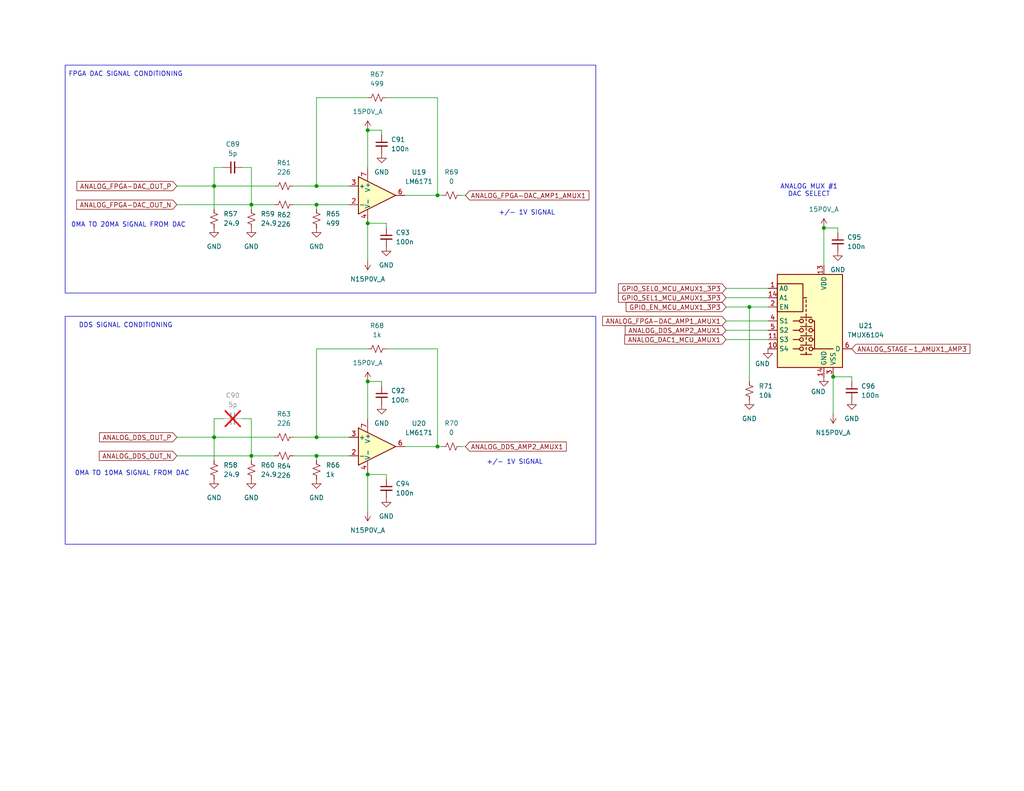
<source format=kicad_sch>
(kicad_sch (version 20231120) (generator "eeschema") (generator_version "8.0")
  (paper "A")
  (title_block (title "ARBITRARY WAVEFORM GENERATOR") (date "2024-09-11") (rev "0.0.1") (company "Tomasz Brzyzek"))
  (lib_symbols
    (symbol "BRZK_MUX:TMUX6104"
      (property "Reference" "U" (at 11.684 15.748 0))
      (property "Value" "TMUX6104" (at 11.684 13.462 0))
      (symbol "TMUX6104_0_0"
        (pin power_in line (at 5.08 -12.7 90) (length 2.54) (name "GND") (number "14"))
      )
      (symbol "TMUX6104_0_1"
        (rectangle (start -7.62 12.7) (end -0.635 5.08) (stroke (width 0.254)))
        (rectangle (start -7.62 15.24) (end 10.16 -10.16) (stroke (width 0.254)) (fill (type background)))
        (circle (center -1.016 -5.08) (radius 0.508) (stroke (width 0.254)))
        (circle (center -1.016 -2.54) (radius 0.508) (stroke (width 0.254)))
        (circle (center -1.016 0) (radius 0.508) (stroke (width 0.254)))
        (circle (center -1.016 2.54) (radius 0.508) (stroke (width 0.254)))
        (polyline (pts (xy -1.524 -5.08) (xy -3.302 -5.08)) (stroke (width 0.254)))
        (polyline (pts (xy -1.524 -2.54) (xy -3.302 -2.54)) (stroke (width 0.254)))
        (polyline (pts (xy -1.524 0) (xy -3.302 0)) (stroke (width 0.254)))
        (polyline (pts (xy -1.524 2.54) (xy -3.302 2.54)) (stroke (width 0.254)))
        (polyline (pts (xy -1.27 -6.604) (xy 1.778 -6.604)) (stroke (width 0.254)))
        (polyline (pts (xy -1.27 -4.064) (xy 1.778 -4.064)) (stroke (width 0.254)))
        (polyline (pts (xy -1.27 -1.524) (xy 1.778 -1.524)) (stroke (width 0.254)))
        (polyline (pts (xy -1.27 1.016) (xy 1.778 1.016)) (stroke (width 0.254)))
        (polyline (pts (xy -1.27 3.556) (xy 1.778 3.556)) (stroke (width 0.254)))
        (polyline (pts (xy -0.508 8.89) (xy 0.127 8.89)) (stroke (width 0.254)))
        (polyline (pts (xy 0.254 -6.604) (xy 0.254 -5.969)) (stroke (width 0.254)))
        (polyline (pts (xy 0.254 -6.604) (xy 0.254 -5.969)) (stroke (width 0.254)))
        (polyline (pts (xy 0.254 -5.334) (xy 0.254 -4.699)) (stroke (width 0.254)))
        (polyline (pts (xy 0.254 -3.81) (xy 0.254 -3.175)) (stroke (width 0.254)))
        (polyline (pts (xy 0.254 -2.54) (xy 0.254 -1.905)) (stroke (width 0.254)))
        (polyline (pts (xy 0.254 -1.27) (xy 0.254 -0.635)) (stroke (width 0.254)))
        (polyline (pts (xy 0.254 0) (xy 0.254 0.635)) (stroke (width 0.254)))
        (polyline (pts (xy 0.254 1.27) (xy 0.254 1.905)) (stroke (width 0.254)))
        (polyline (pts (xy 0.254 2.54) (xy 0.254 3.175)) (stroke (width 0.254)))
        (polyline (pts (xy 0.254 3.81) (xy 0.254 4.445)) (stroke (width 0.254)))
        (polyline (pts (xy 0.254 5.08) (xy 0.254 5.715)) (stroke (width 0.254)))
        (polyline (pts (xy 0.254 6.35) (xy 0.254 6.985)) (stroke (width 0.254)))
        (polyline (pts (xy 0.254 7.62) (xy 0.254 8.255)) (stroke (width 0.254)))
        (polyline (pts (xy 0.381 8.89) (xy 0.127 8.89)) (stroke (width 0.254)))
        (polyline (pts (xy 2.032 -5.08) (xy 2.54 -5.08)) (stroke (width 0.254)))
        (polyline (pts (xy 2.032 -2.54) (xy 2.54 -2.54)) (stroke (width 0.254)))
        (polyline (pts (xy 2.032 0) (xy 2.54 0)) (stroke (width 0.254)))
        (polyline (pts (xy 2.54 -5.08) (xy 7.62 -5.08)) (stroke (width 0.254)))
        (polyline (pts (xy 1.905 2.54) (xy 2.54 2.54) (xy 2.54 -5.08) (xy 2.032 -5.08)) (stroke (width 0.254)))
        (circle (center 1.524 -5.08) (radius 0.508) (stroke (width 0.254)))
        (circle (center 1.524 -2.54) (radius 0.508) (stroke (width 0.254)))
        (circle (center 1.524 0) (radius 0.508) (stroke (width 0.254)))
        (circle (center 1.524 2.54) (radius 0.508) (stroke (width 0.254)))
      )
      (symbol "TMUX6104_1_0"
        (pin no_connect line (at 12.7 2.54 180) (length 2.54) hide (name "NC") (number "7"))
        (pin no_connect line (at 12.7 2.54 180) (length 2.54) hide (name "NC") (number "8"))
        (pin no_connect line (at 12.7 2.54 180) (length 2.54) hide (name "NC") (number "9"))
      )
      (symbol "TMUX6104_1_1"
        (pin input line (at -10.16 11.43 0) (length 2.54) (name "A0") (number "1"))
        (pin bidirectional line (at -10.16 -5.08 0) (length 2.54) (name "S4") (number "10"))
        (pin bidirectional line (at -10.16 -2.54 0) (length 2.54) (name "S3") (number "11"))
        (pin power_in line (at 5.08 17.78 270) (length 2.54) (name "VDD") (number "13"))
        (pin input line (at -10.16 8.89 0) (length 2.54) (name "A1") (number "14"))
        (pin input line (at -10.16 6.35 0) (length 2.54) (name "EN") (number "2"))
        (pin power_in line (at 7.62 -12.7 90) (length 2.54) (name "VSS") (number "3"))
        (pin bidirectional line (at -10.16 2.54 0) (length 2.54) (name "S1") (number "4"))
        (pin bidirectional line (at -10.16 0 0) (length 2.54) (name "S2") (number "5"))
        (pin bidirectional line (at 12.7 -5.08 180) (length 2.54) (name "D") (number "6"))
      )
    )
    (symbol "BRZK_OPAMP:LM6171" (pin_names (offset 0.127))
      (property "Reference" "U" (at 0 6.35 0))
      (property "Value" "LM6171" (at 0 3.81 0))
      (symbol "LM6171_0_1"
        (polyline (pts (xy -5.08 5.08) (xy 5.08 0) (xy -5.08 -5.08) (xy -5.08 5.08)) (stroke (width 0.254)) (fill (type background)))
      )
      (symbol "LM6171_1_1"
        (pin no_connect line (at -2.54 2.54 270) (length 2.54) hide (name "NC") (number "1"))
        (pin input line (at -7.62 -2.54 0) (length 2.54) (name "-") (number "2"))
        (pin input line (at -7.62 2.54 0) (length 2.54) (name "+") (number "3"))
        (pin power_in line (at -2.54 -7.62 90) (length 3.81) (name "V-") (number "4"))
        (pin no_connect line (at 0 2.54 270) (length 2.54) hide (name "NC") (number "5"))
        (pin output line (at 7.62 0 180) (length 2.54) (name "~") (number "6"))
        (pin power_in line (at -2.54 7.62 270) (length 3.81) (name "V+") (number "7"))
        (pin no_connect line (at 0 -2.54 90) (length 2.54) hide (name "NC") (number "8"))
      )
    )
    (symbol "Device:C_Small" (pin_numbers hide) (pin_names (offset 0.254) hide)
      (property "Reference" "C" (at 0.254 1.778 0))
      (property "Value" "C_Small" (at 0.254 -2.032 0))
      (symbol "C_Small_0_1"
        (polyline (pts (xy -1.524 -0.508) (xy 1.524 -0.508)) (stroke (width 0.3302)))
        (polyline (pts (xy -1.524 0.508) (xy 1.524 0.508)) (stroke (width 0.3048)))
      )
      (symbol "C_Small_1_1"
        (pin passive line (at 0 2.54 270) (length 2.032) (name "~") (number "1"))
        (pin passive line (at 0 -2.54 90) (length 2.032) (name "~") (number "2"))
      )
    )
    (symbol "Device:R_Small_US" (pin_numbers hide) (pin_names (offset 0.254) hide)
      (property "Reference" "R" (at 0.762 0.508 0))
      (property "Value" "R_Small_US" (at 0.762 -1.016 0))
      (symbol "R_Small_US_1_1"
        (polyline (pts (xy 0 0) (xy 1.016 -0.381) (xy 0 -0.762) (xy -1.016 -1.143) (xy 0 -1.524)))
        (polyline (pts (xy 0 1.524) (xy 1.016 1.143) (xy 0 0.762) (xy -1.016 0.381) (xy 0 0)))
        (pin passive line (at 0 2.54 270) (length 1.016) (name "~") (number "1"))
        (pin passive line (at 0 -2.54 90) (length 1.016) (name "~") (number "2"))
      )
    )
    (symbol "power:+3V3" (power) (pin_numbers hide) (pin_names (offset 0) hide)
      (property "Value" "+3V3" (at 0 3.556 0))
      (symbol "+3V3_0_1"
        (polyline (pts (xy -0.762 1.27) (xy 0 2.54)))
        (polyline (pts (xy 0 0) (xy 0 2.54)))
        (polyline (pts (xy 0 2.54) (xy 0.762 1.27)))
      )
      (symbol "+3V3_1_1"
        (pin power_in line (at 0 0 90) (length 0) (name "~") (number "1"))
      )
    )
    (symbol "power:GND" (power) (pin_numbers hide) (pin_names (offset 0) hide)
      (property "Value" "GND" (at 0 -3.81 0))
      (symbol "GND_0_1"
        (polyline (pts (xy 0 0) (xy 0 -1.27) (xy 1.27 -1.27) (xy 0 -2.54) (xy -1.27 -1.27) (xy 0 -1.27)))
      )
      (symbol "GND_1_1"
        (pin power_in line (at 0 0 270) (length 0) (name "~") (number "1"))
      )
    )
  )
  (junction (at 224.79 62.23))
  (junction (at 58.42 119.38))
  (junction (at 119.38 53.34))
  (junction (at 100.33 35.56))
  (junction (at 86.36 119.38))
  (junction (at 86.36 50.8))
  (junction (at 204.47 83.82))
  (junction (at 119.38 121.92))
  (junction (at 227.33 102.87))
  (junction (at 68.58 55.88))
  (junction (at 100.33 60.96))
  (junction (at 86.36 124.46))
  (junction (at 86.36 55.88))
  (junction (at 68.58 124.46))
  (junction (at 58.42 50.8))
  (junction (at 100.33 129.54))
  (junction (at 100.33 104.14))
  (wire (pts (xy 68.58 55.88) (xy 68.58 57.15)))
  (wire (pts (xy 48.26 50.8) (xy 58.42 50.8)))
  (wire (pts (xy 119.38 95.25) (xy 119.38 121.92)))
  (wire (pts (xy 58.42 114.3) (xy 60.96 114.3)))
  (wire (pts (xy 232.41 104.14) (xy 232.41 102.87)))
  (wire (pts (xy 204.47 83.82) (xy 204.47 104.14)))
  (wire (pts (xy 80.01 119.38) (xy 86.36 119.38)))
  (wire (pts (xy 68.58 124.46) (xy 68.58 114.3)))
  (wire (pts (xy 228.6 63.5) (xy 228.6 62.23)))
  (wire (pts (xy 224.79 62.23) (xy 224.79 72.39)))
  (wire (pts (xy 48.26 124.46) (xy 68.58 124.46)))
  (wire (pts (xy 100.33 60.96) (xy 105.41 60.96)))
  (wire (pts (xy 80.01 55.88) (xy 86.36 55.88)))
  (wire (pts (xy 105.41 130.81) (xy 105.41 129.54)))
  (wire (pts (xy 100.33 71.12) (xy 100.33 60.96)))
  (wire (pts (xy 100.33 35.56) (xy 100.33 45.72)))
  (wire (pts (xy 105.41 26.67) (xy 119.38 26.67)))
  (wire (pts (xy 86.36 124.46) (xy 86.36 125.73)))
  (wire (pts (xy 58.42 45.72) (xy 60.96 45.72)))
  (wire (pts (xy 105.41 62.23) (xy 105.41 60.96)))
  (wire (pts (xy 86.36 50.8) (xy 86.36 26.67)))
  (wire (pts (xy 119.38 121.92) (xy 120.65 121.92)))
  (wire (pts (xy 86.36 95.25) (xy 100.33 95.25)))
  (wire (pts (xy 119.38 53.34) (xy 120.65 53.34)))
  (wire (pts (xy 58.42 45.72) (xy 58.42 50.8)))
  (wire (pts (xy 48.26 119.38) (xy 58.42 119.38)))
  (wire (pts (xy 86.36 119.38) (xy 86.36 95.25)))
  (wire (pts (xy 104.14 105.41) (xy 104.14 104.14)))
  (wire (pts (xy 58.42 114.3) (xy 58.42 119.38)))
  (wire (pts (xy 100.33 139.7) (xy 100.33 129.54)))
  (wire (pts (xy 227.33 113.03) (xy 227.33 102.87)))
  (wire (pts (xy 125.73 53.34) (xy 127 53.34)))
  (wire (pts (xy 80.01 50.8) (xy 86.36 50.8)))
  (wire (pts (xy 58.42 50.8) (xy 58.42 57.15)))
  (wire (pts (xy 100.33 104.14) (xy 100.33 114.3)))
  (wire (pts (xy 68.58 124.46) (xy 68.58 125.73)))
  (wire (pts (xy 86.36 119.38) (xy 95.25 119.38)))
  (wire (pts (xy 227.33 102.87) (xy 232.41 102.87)))
  (wire (pts (xy 198.12 81.28) (xy 209.55 81.28)))
  (wire (pts (xy 58.42 119.38) (xy 58.42 125.73)))
  (wire (pts (xy 68.58 55.88) (xy 74.93 55.88)))
  (wire (pts (xy 86.36 124.46) (xy 95.25 124.46)))
  (wire (pts (xy 86.36 55.88) (xy 86.36 57.15)))
  (wire (pts (xy 224.79 62.23) (xy 228.6 62.23)))
  (wire (pts (xy 48.26 55.88) (xy 68.58 55.88)))
  (wire (pts (xy 105.41 95.25) (xy 119.38 95.25)))
  (wire (pts (xy 198.12 87.63) (xy 209.55 87.63)))
  (wire (pts (xy 119.38 26.67) (xy 119.38 53.34)))
  (wire (pts (xy 68.58 55.88) (xy 68.58 45.72)))
  (wire (pts (xy 104.14 36.83) (xy 104.14 35.56)))
  (wire (pts (xy 198.12 78.74) (xy 209.55 78.74)))
  (wire (pts (xy 86.36 50.8) (xy 95.25 50.8)))
  (wire (pts (xy 110.49 53.34) (xy 119.38 53.34)))
  (wire (pts (xy 110.49 121.92) (xy 119.38 121.92)))
  (wire (pts (xy 68.58 124.46) (xy 74.93 124.46)))
  (wire (pts (xy 100.33 35.56) (xy 104.14 35.56)))
  (wire (pts (xy 125.73 121.92) (xy 127 121.92)))
  (wire (pts (xy 68.58 114.3) (xy 66.04 114.3)))
  (wire (pts (xy 100.33 129.54) (xy 105.41 129.54)))
  (wire (pts (xy 100.33 104.14) (xy 104.14 104.14)))
  (wire (pts (xy 204.47 83.82) (xy 209.55 83.82)))
  (wire (pts (xy 58.42 50.8) (xy 74.93 50.8)))
  (wire (pts (xy 58.42 119.38) (xy 74.93 119.38)))
  (wire (pts (xy 80.01 124.46) (xy 86.36 124.46)))
  (wire (pts (xy 68.58 45.72) (xy 66.04 45.72)))
  (wire (pts (xy 198.12 90.17) (xy 209.55 90.17)))
  (wire (pts (xy 86.36 55.88) (xy 95.25 55.88)))
  (wire (pts (xy 198.12 83.82) (xy 204.47 83.82)))
  (wire (pts (xy 86.36 26.67) (xy 100.33 26.67)))
  (wire (pts (xy 198.12 92.71) (xy 209.55 92.71)))
  (rectangle (start 17.78 17.78) (end 162.56 80.01))
  (rectangle (start 17.78 86.36) (end 162.56 148.59))
  (text "0MA TO 10MA SIGNAL FROM DAC" (at 36.068 129.286 0) (effects (font (size 1.27 1.27))))
  (text "0MA TO 20MA SIGNAL FROM DAC" (at 35.052 61.468 0) (effects (font (size 1.27 1.27))))
  (text "FPGA DAC SIGNAL CONDITIONING" (at 34.29 20.32 0) (effects (font (size 1.27 1.27))))
  (text "ANALOG MUX #1\nDAC SELECT" (at 220.726 52.07 0) (effects (font (size 1.27 1.27))))
  (text "+/- 1V SIGNAL" (at 143.764 58.166 0) (effects (font (size 1.27 1.27))))
  (text "DDS SIGNAL CONDITIONING" (at 34.29 88.9 0) (effects (font (size 1.27 1.27))))
  (text "+/- 1V SIGNAL" (at 140.462 126.238 0) (effects (font (size 1.27 1.27))))
  (global_label "ANALOG_DDS_OUT_P" (shape input) (at 48.26 119.38 180) (property "Intersheetrefs" "${INTERSHEET_REFS}" (effects (hide yes))))
  (global_label "ANALOG_DDS_AMP2_AMUX1" (shape input) (at 198.12 90.17 180) (property "Intersheetrefs" "${INTERSHEET_REFS}" (effects (hide yes))))
  (global_label "ANALOG_FPGA-DAC_AMP1_AMUX1" (shape input) (at 198.12 87.63 180) (property "Intersheetrefs" "${INTERSHEET_REFS}" (effects (hide yes))))
  (global_label "GPIO_SEL0_MCU_AMUX1_3P3" (shape input) (at 198.12 78.74 180) (property "Intersheetrefs" "${INTERSHEET_REFS}" (effects (hide yes))))
  (global_label "ANALOG_DAC1_MCU_AMUX1" (shape input) (at 198.12 92.71 180) (property "Intersheetrefs" "${INTERSHEET_REFS}" (effects (hide yes))))
  (global_label "ANALOG_DDS_OUT_N" (shape input) (at 48.26 124.46 180) (property "Intersheetrefs" "${INTERSHEET_REFS}" (effects (hide yes))))
  (global_label "ANALOG_FPGA-DAC_AMP1_AMUX1" (shape input) (at 127 53.34 0) (property "Intersheetrefs" "${INTERSHEET_REFS}" (effects (hide yes))))
  (global_label "ANALOG_DDS_AMP2_AMUX1" (shape input) (at 127 121.92 0) (property "Intersheetrefs" "${INTERSHEET_REFS}" (effects (hide yes))))
  (global_label "ANALOG_STAGE-1_AMUX1_AMP3" (shape input) (at 232.41 95.25 0) (property "Intersheetrefs" "${INTERSHEET_REFS}" (effects (hide yes))))
  (global_label "GPIO_EN_MCU_AMUX1_3P3" (shape input) (at 198.12 83.82 180) (property "Intersheetrefs" "${INTERSHEET_REFS}" (effects (hide yes))))
  (global_label "GPIO_SEL1_MCU_AMUX1_3P3" (shape input) (at 198.12 81.28 180) (property "Intersheetrefs" "${INTERSHEET_REFS}" (effects (hide yes))))
  (global_label "ANALOG_FPGA-DAC_OUT_N" (shape input) (at 48.26 55.88 180) (property "Intersheetrefs" "${INTERSHEET_REFS}" (effects (hide yes))))
  (global_label "ANALOG_FPGA-DAC_OUT_P" (shape input) (at 48.26 50.8 180) (property "Intersheetrefs" "${INTERSHEET_REFS}" (effects (hide yes))))
  (symbol (lib_id "Device:R_Small_US") (at 102.87 26.67 90) (unit 1)
    (property "Reference" "R67" (at 102.87 20.32 90))
    (property "Value" "499" (at 102.87 22.86 90))
    (property "Footprint" "Resistor_SMD:R_0603_1608Metric" (effects (hide yes)))
    (property "Description" "Resistor, small US symbol" (effects (hide yes)))
    (property "LCSC" "C23065" (effects (hide yes)))
    (property "Part Number" "0603WAF4990T5E" (effects (hide yes)))
  )
  (symbol (lib_id "power:+3V3") (at 100.33 35.56 0) (unit 1)
    (property "Reference" "#PWR0230" (effects (hide yes)))
    (property "Value" "15P0V_A" (at 100.33 30.48 0))
    (property "Description" "Power symbol creates a global label with name \"+3V3\"" (effects (hide yes)))
  )
  (symbol (lib_id "Device:R_Small_US") (at 77.47 124.46 90) (unit 1)
    (property "Reference" "R64" (at 77.47 127.254 90))
    (property "Value" "226" (at 77.47 129.794 90))
    (property "Footprint" "Resistor_SMD:R_0603_1608Metric" (effects (hide yes)))
    (property "Description" "Resistor, small US symbol" (effects (hide yes)))
    (property "LCSC" "C861234" (effects (hide yes)))
    (property "Part Number" "RT0603BRD07226RL" (effects (hide yes)))
  )
  (symbol (lib_id "Device:C_Small") (at 63.5 45.72 90) (unit 1)
    (property "Reference" "C89" (at 63.5063 39.37 90))
    (property "Value" "5p" (at 63.5063 41.91 90))
    (property "Footprint" "Capacitor_SMD:C_0603_1608Metric" (effects (hide yes)))
    (property "Description" "Unpolarized capacitor, small symbol" (effects (hide yes)))
    (property "LCSC" "C327203" (effects (hide yes)))
    (property "Part Number" "CC0603CRNPO9BN5R0" (effects (hide yes)))
  )
  (symbol (lib_id "Device:R_Small_US") (at 102.87 95.25 90) (unit 1)
    (property "Reference" "R68" (at 102.87 88.9 90))
    (property "Value" "1k" (at 102.87 91.44 90))
    (property "Footprint" "Resistor_SMD:R_0603_1608Metric" (effects (hide yes)))
    (property "Description" "Resistor, small US symbol" (effects (hide yes)))
    (property "LCSC" "C22548" (effects (hide yes)))
    (property "Part Number" "RC0603FR-071KL" (effects (hide yes)))
  )
  (symbol (lib_id "power:GND") (at 86.36 62.23 0) (unit 1)
    (property "Reference" "#PWR0228" (effects (hide yes)))
    (property "Value" "GND" (at 86.36 67.31 0))
    (property "Description" "Power symbol creates a global label with name \"GND\" , ground" (effects (hide yes)))
  )
  (symbol (lib_id "power:GND") (at 228.6 68.58 0) (unit 1)
    (property "Reference" "#PWR0243" (effects (hide yes)))
    (property "Value" "GND" (at 228.6 73.66 0))
    (property "Description" "Power symbol creates a global label with name \"GND\" , ground" (effects (hide yes)))
  )
  (symbol (lib_id "Device:C_Small") (at 232.41 106.68 0) (unit 1)
    (property "Reference" "C96" (at 234.95 105.4163 0) (effects (justify left)))
    (property "Value" "100n" (at 234.95 107.9563 0) (effects (justify left)))
    (property "Footprint" "Capacitor_SMD:C_0603_1608Metric" (effects (hide yes)))
    (property "Description" "Unpolarized capacitor, small symbol" (effects (hide yes)))
    (property "Part Number" "CL10B104JB8NNNC" (effects (hide yes)))
    (property "LCSC" "C24452" (effects (hide yes)))
  )
  (symbol (lib_id "power:GND") (at 224.79 102.87 0) (unit 1)
    (property "Reference" "#PWR0241" (effects (hide yes)))
    (property "Value" "GND" (at 223.266 106.934 0))
    (property "Description" "Power symbol creates a global label with name \"GND\" , ground" (effects (hide yes)))
  )
  (symbol (lib_id "Device:R_Small_US") (at 86.36 59.69 180) (unit 1)
    (property "Reference" "R65" (at 88.9 58.4199 0) (effects (justify right)))
    (property "Value" "499" (at 88.9 60.9599 0) (effects (justify right)))
    (property "Footprint" "Resistor_SMD:R_0603_1608Metric" (effects (hide yes)))
    (property "Description" "Resistor, small US symbol" (effects (hide yes)))
    (property "LCSC" "C23065" (effects (hide yes)))
    (property "Part Number" "0603WAF4990T5E" (effects (hide yes)))
  )
  (symbol (lib_id "power:GND") (at 209.55 95.25 0) (unit 1)
    (property "Reference" "#PWR0239" (effects (hide yes)))
    (property "Value" "GND" (at 208.026 99.314 0))
    (property "Description" "Power symbol creates a global label with name \"GND\" , ground" (effects (hide yes)))
  )
  (symbol (lib_id "power:+3V3") (at 100.33 71.12 180) (unit 1)
    (property "Reference" "#PWR0231" (effects (hide yes)))
    (property "Value" "N15P0V_A" (at 100.33 76.2 0))
    (property "Description" "Power symbol creates a global label with name \"+3V3\"" (effects (hide yes)))
  )
  (symbol (lib_id "Device:R_Small_US") (at 77.47 55.88 90) (unit 1)
    (property "Reference" "R62" (at 77.47 58.674 90))
    (property "Value" "226" (at 77.47 61.214 90))
    (property "Footprint" "Resistor_SMD:R_0603_1608Metric" (effects (hide yes)))
    (property "Description" "Resistor, small US symbol" (effects (hide yes)))
    (property "LCSC" "C861234" (effects (hide yes)))
    (property "Part Number" "RT0603BRD07226RL" (effects (hide yes)))
  )
  (symbol (lib_id "power:+3V3") (at 227.33 113.03 180) (unit 1)
    (property "Reference" "#PWR0242" (effects (hide yes)))
    (property "Value" "N15P0V_A" (at 227.33 118.11 0))
    (property "Description" "Power symbol creates a global label with name \"+3V3\"" (effects (hide yes)))
  )
  (symbol (lib_id "Device:C_Small") (at 104.14 39.37 0) (unit 1)
    (property "Reference" "C91" (at 106.68 38.1063 0) (effects (justify left)))
    (property "Value" "100n" (at 106.68 40.6463 0) (effects (justify left)))
    (property "Footprint" "Capacitor_SMD:C_0603_1608Metric" (effects (hide yes)))
    (property "Description" "Unpolarized capacitor, small symbol" (effects (hide yes)))
    (property "Part Number" "CL10B104JB8NNNC" (effects (hide yes)))
    (property "LCSC" "C24452" (effects (hide yes)))
  )
  (symbol (lib_id "power:GND") (at 68.58 130.81 0) (unit 1)
    (property "Reference" "#PWR0227" (effects (hide yes)))
    (property "Value" "GND" (at 68.58 135.89 0))
    (property "Description" "Power symbol creates a global label with name \"GND\" , ground" (effects (hide yes)))
  )
  (symbol (lib_id "power:+3V3") (at 100.33 104.14 0) (unit 1)
    (property "Reference" "#PWR0232" (effects (hide yes)))
    (property "Value" "15P0V_A" (at 100.33 99.06 0))
    (property "Description" "Power symbol creates a global label with name \"+3V3\"" (effects (hide yes)))
  )
  (symbol (lib_id "power:GND") (at 232.41 109.22 0) (unit 1)
    (property "Reference" "#PWR0244" (effects (hide yes)))
    (property "Value" "GND" (at 232.41 114.3 0))
    (property "Description" "Power symbol creates a global label with name \"GND\" , ground" (effects (hide yes)))
  )
  (symbol (lib_id "Device:C_Small") (at 105.41 133.35 0) (unit 1)
    (property "Reference" "C94" (at 107.95 132.0863 0) (effects (justify left)))
    (property "Value" "100n" (at 107.95 134.6263 0) (effects (justify left)))
    (property "Footprint" "Capacitor_SMD:C_0603_1608Metric" (effects (hide yes)))
    (property "Description" "Unpolarized capacitor, small symbol" (effects (hide yes)))
    (property "Part Number" "CL10B104JB8NNNC" (effects (hide yes)))
    (property "LCSC" "C24452" (effects (hide yes)))
  )
  (symbol (lib_id "power:GND") (at 68.58 62.23 0) (unit 1)
    (property "Reference" "#PWR0226" (effects (hide yes)))
    (property "Value" "GND" (at 68.58 67.31 0))
    (property "Description" "Power symbol creates a global label with name \"GND\" , ground" (effects (hide yes)))
  )
  (symbol (lib_id "BRZK_MUX:TMUX6104") (at 219.71 90.17 0) (unit 1)
    (property "Reference" "U21" (at 236.22 88.9314 0))
    (property "Value" "TMUX6104" (at 236.22 91.4714 0))
    (property "Footprint" "Package_SO:TSSOP-14_4.4x5mm_P0.65mm" (effects (hide yes)))
    (property "Datasheet" "https://www.ti.com/lit/ds/symlink/tmux6104.pdf" (effects (hide yes)))
    (property "Description" "5-pA on-state leakage current, ±16.5-V, 4:1, 1-channel precision analog multiplexer" (effects (hide yes)))
    (property "Part Number" "TMUX6104PWR" (effects (hide yes)))
    (property "LCSC" "C2673388" (effects (hide yes)))
  )
  (symbol (lib_id "BRZK_OPAMP:LM6171") (at 102.87 53.34 0) (unit 1)
    (property "Reference" "U19" (at 114.3 47.0214 0))
    (property "Value" "LM6171" (at 114.3 49.5614 0))
    (property "Footprint" "Package_SO:SOIC-8_3.9x4.9mm_P1.27mm" (effects (hide yes)))
    (property "Datasheet" "http://www.ti.com/lit/ds/symlink/lm6171.pdf" (effects (hide yes)))
    (property "Description" "High Speed Low Power Low Distortion Voltage Feedback Amplifier, SOIC-8" (effects (hide yes)))
    (property "Part Number" "LM6171BIMX/NOPB" (effects (hide yes)))
    (property "LCSC" "C2058493" (effects (hide yes)))
  )
  (symbol (lib_id "power:+3V3") (at 100.33 139.7 180) (unit 1)
    (property "Reference" "#PWR0233" (effects (hide yes)))
    (property "Value" "N15P0V_A" (at 100.33 144.78 0))
    (property "Description" "Power symbol creates a global label with name \"+3V3\"" (effects (hide yes)))
  )
  (symbol (lib_id "Device:R_Small_US") (at 123.19 53.34 90) (unit 1)
    (property "Reference" "R69" (at 123.19 46.99 90))
    (property "Value" "0" (at 123.19 49.53 90))
    (property "Footprint" "Resistor_SMD:R_0603_1608Metric" (effects (hide yes)))
    (property "Description" "Resistor, small US symbol" (effects (hide yes)))
    (property "Part Number" "0603WAJ0000T5E" (effects (hide yes)))
    (property "LCSC" "C15402" (effects (hide yes)))
  )
  (symbol (lib_id "Device:C_Small") (at 63.5 114.3 90) (unit 1) (dnp yes)
    (property "Reference" "C90" (at 63.5063 107.95 90))
    (property "Value" "5p" (at 63.5063 110.49 90))
    (property "Footprint" "Capacitor_SMD:C_0603_1608Metric" (effects (hide yes)))
    (property "Description" "Unpolarized capacitor, small symbol" (effects (hide yes)))
    (property "LCSC" "C327203" (effects (hide yes)))
    (property "Part Number" "CC0603CRNPO9BN5R0" (effects (hide yes)))
  )
  (symbol (lib_id "Device:C_Small") (at 228.6 66.04 0) (unit 1)
    (property "Reference" "C95" (at 231.14 64.7763 0) (effects (justify left)))
    (property "Value" "100n" (at 231.14 67.3163 0) (effects (justify left)))
    (property "Footprint" "Capacitor_SMD:C_0603_1608Metric" (effects (hide yes)))
    (property "Description" "Unpolarized capacitor, small symbol" (effects (hide yes)))
    (property "Part Number" "CL10B104JB8NNNC" (effects (hide yes)))
    (property "LCSC" "C24452" (effects (hide yes)))
  )
  (symbol (lib_id "Device:R_Small_US") (at 58.42 59.69 180) (unit 1)
    (property "Reference" "R57" (at 60.96 58.4199 0) (effects (justify right)))
    (property "Value" "24.9" (at 60.96 60.9599 0) (effects (justify right)))
    (property "Footprint" "Resistor_SMD:R_0603_1608Metric" (effects (hide yes)))
    (property "Description" "Resistor, small US symbol" (effects (hide yes)))
    (property "LCSC" "C22916" (effects (hide yes)))
    (property "Part Number" "0603WAF249JT5E" (effects (hide yes)))
  )
  (symbol (lib_id "Device:R_Small_US") (at 68.58 128.27 180) (unit 1)
    (property "Reference" "R60" (at 71.12 126.9999 0) (effects (justify right)))
    (property "Value" "24.9" (at 71.12 129.5399 0) (effects (justify right)))
    (property "Footprint" "Resistor_SMD:R_0603_1608Metric" (effects (hide yes)))
    (property "Description" "Resistor, small US symbol" (effects (hide yes)))
    (property "LCSC" "C22916" (effects (hide yes)))
    (property "Part Number" "0603WAF249JT5E" (effects (hide yes)))
  )
  (symbol (lib_id "Device:R_Small_US") (at 204.47 106.68 180) (unit 1)
    (property "Reference" "R71" (at 207.01 105.4099 0) (effects (justify right)))
    (property "Value" "10k" (at 207.01 107.9499 0) (effects (justify right)))
    (property "Footprint" "Resistor_SMD:R_0603_1608Metric" (effects (hide yes)))
    (property "Description" "Resistor, small US symbol" (effects (hide yes)))
    (property "Part Number" "0603WAF1002T5E" (effects (hide yes)))
    (property "LCSC" "C25804" (effects (hide yes)))
  )
  (symbol (lib_id "power:+3V3") (at 224.79 62.23 0) (unit 1)
    (property "Reference" "#PWR0240" (effects (hide yes)))
    (property "Value" "15P0V_A" (at 224.79 57.15 0))
    (property "Description" "Power symbol creates a global label with name \"+3V3\"" (effects (hide yes)))
  )
  (symbol (lib_id "power:GND") (at 58.42 62.23 0) (unit 1)
    (property "Reference" "#PWR0224" (effects (hide yes)))
    (property "Value" "GND" (at 58.42 67.31 0))
    (property "Description" "Power symbol creates a global label with name \"GND\" , ground" (effects (hide yes)))
  )
  (symbol (lib_id "Device:R_Small_US") (at 77.47 119.38 90) (unit 1)
    (property "Reference" "R63" (at 77.47 113.03 90))
    (property "Value" "226" (at 77.47 115.57 90))
    (property "Footprint" "Resistor_SMD:R_0603_1608Metric" (effects (hide yes)))
    (property "Description" "Resistor, small US symbol" (effects (hide yes)))
    (property "LCSC" "C861234" (effects (hide yes)))
    (property "Part Number" "RT0603BRD07226RL" (effects (hide yes)))
  )
  (symbol (lib_id "power:GND") (at 204.47 109.22 0) (unit 1)
    (property "Reference" "#PWR0238" (effects (hide yes)))
    (property "Value" "GND" (at 204.47 114.3 0))
    (property "Description" "Power symbol creates a global label with name \"GND\" , ground" (effects (hide yes)))
  )
  (symbol (lib_id "power:GND") (at 86.36 130.81 0) (unit 1)
    (property "Reference" "#PWR0229" (effects (hide yes)))
    (property "Value" "GND" (at 86.36 135.89 0))
    (property "Description" "Power symbol creates a global label with name \"GND\" , ground" (effects (hide yes)))
  )
  (symbol (lib_id "Device:C_Small") (at 104.14 107.95 0) (unit 1)
    (property "Reference" "C92" (at 106.68 106.6863 0) (effects (justify left)))
    (property "Value" "100n" (at 106.68 109.2263 0) (effects (justify left)))
    (property "Footprint" "Capacitor_SMD:C_0603_1608Metric" (effects (hide yes)))
    (property "Description" "Unpolarized capacitor, small symbol" (effects (hide yes)))
    (property "Part Number" "CL10B104JB8NNNC" (effects (hide yes)))
    (property "LCSC" "C24452" (effects (hide yes)))
  )
  (symbol (lib_id "Device:C_Small") (at 105.41 64.77 0) (unit 1)
    (property "Reference" "C93" (at 107.95 63.5063 0) (effects (justify left)))
    (property "Value" "100n" (at 107.95 66.0463 0) (effects (justify left)))
    (property "Footprint" "Capacitor_SMD:C_0603_1608Metric" (effects (hide yes)))
    (property "Description" "Unpolarized capacitor, small symbol" (effects (hide yes)))
    (property "Part Number" "CL10B104JB8NNNC" (effects (hide yes)))
    (property "LCSC" "C24452" (effects (hide yes)))
  )
  (symbol (lib_id "power:GND") (at 104.14 110.49 0) (unit 1)
    (property "Reference" "#PWR0235" (effects (hide yes)))
    (property "Value" "GND" (at 104.14 115.57 0))
    (property "Description" "Power symbol creates a global label with name \"GND\" , ground" (effects (hide yes)))
  )
  (symbol (lib_id "power:GND") (at 105.41 135.89 0) (unit 1)
    (property "Reference" "#PWR0237" (effects (hide yes)))
    (property "Value" "GND" (at 105.41 140.97 0))
    (property "Description" "Power symbol creates a global label with name \"GND\" , ground" (effects (hide yes)))
  )
  (symbol (lib_id "Device:R_Small_US") (at 86.36 128.27 180) (unit 1)
    (property "Reference" "R66" (at 88.9 126.9999 0) (effects (justify right)))
    (property "Value" "1k" (at 88.9 129.5399 0) (effects (justify right)))
    (property "Footprint" "Resistor_SMD:R_0603_1608Metric" (effects (hide yes)))
    (property "Description" "Resistor, small US symbol" (effects (hide yes)))
    (property "LCSC" "C22548" (effects (hide yes)))
    (property "Part Number" "RC0603FR-071KL" (effects (hide yes)))
  )
  (symbol (lib_id "power:GND") (at 58.42 130.81 0) (unit 1)
    (property "Reference" "#PWR0225" (effects (hide yes)))
    (property "Value" "GND" (at 58.42 135.89 0))
    (property "Description" "Power symbol creates a global label with name \"GND\" , ground" (effects (hide yes)))
  )
  (symbol (lib_id "Device:R_Small_US") (at 68.58 59.69 180) (unit 1)
    (property "Reference" "R59" (at 71.12 58.4199 0) (effects (justify right)))
    (property "Value" "24.9" (at 71.12 60.9599 0) (effects (justify right)))
    (property "Footprint" "Resistor_SMD:R_0603_1608Metric" (effects (hide yes)))
    (property "Description" "Resistor, small US symbol" (effects (hide yes)))
    (property "LCSC" "C22916" (effects (hide yes)))
    (property "Part Number" "0603WAF249JT5E" (effects (hide yes)))
  )
  (symbol (lib_id "BRZK_OPAMP:LM6171") (at 102.87 121.92 0) (unit 1)
    (property "Reference" "U20" (at 114.3 115.6014 0))
    (property "Value" "LM6171" (at 114.3 118.1414 0))
    (property "Footprint" "Package_SO:SOIC-8_3.9x4.9mm_P1.27mm" (effects (hide yes)))
    (property "Datasheet" "http://www.ti.com/lit/ds/symlink/lm6171.pdf" (effects (hide yes)))
    (property "Description" "High Speed Low Power Low Distortion Voltage Feedback Amplifier, SOIC-8" (effects (hide yes)))
    (property "Part Number" "LM6171BIMX/NOPB" (effects (hide yes)))
    (property "LCSC" "C2058493" (effects (hide yes)))
  )
  (symbol (lib_id "Device:R_Small_US") (at 58.42 128.27 180) (unit 1)
    (property "Reference" "R58" (at 60.96 126.9999 0) (effects (justify right)))
    (property "Value" "24.9" (at 60.96 129.5399 0) (effects (justify right)))
    (property "Footprint" "Resistor_SMD:R_0603_1608Metric" (effects (hide yes)))
    (property "Description" "Resistor, small US symbol" (effects (hide yes)))
    (property "LCSC" "C22916" (effects (hide yes)))
    (property "Part Number" "0603WAF249JT5E" (effects (hide yes)))
  )
  (symbol (lib_id "power:GND") (at 104.14 41.91 0) (unit 1)
    (property "Reference" "#PWR0234" (effects (hide yes)))
    (property "Value" "GND" (at 104.14 46.99 0))
    (property "Description" "Power symbol creates a global label with name \"GND\" , ground" (effects (hide yes)))
  )
  (symbol (lib_id "Device:R_Small_US") (at 77.47 50.8 90) (unit 1)
    (property "Reference" "R61" (at 77.47 44.45 90))
    (property "Value" "226" (at 77.47 46.99 90))
    (property "Footprint" "Resistor_SMD:R_0603_1608Metric" (effects (hide yes)))
    (property "Description" "Resistor, small US symbol" (effects (hide yes)))
    (property "LCSC" "C861234" (effects (hide yes)))
    (property "Part Number" "RT0603BRD07226RL" (effects (hide yes)))
  )
  (symbol (lib_id "Device:R_Small_US") (at 123.19 121.92 90) (unit 1)
    (property "Reference" "R70" (at 123.19 115.57 90))
    (property "Value" "0" (at 123.19 118.11 90))
    (property "Footprint" "Resistor_SMD:R_0603_1608Metric" (effects (hide yes)))
    (property "Description" "Resistor, small US symbol" (effects (hide yes)))
    (property "Part Number" "0603WAJ0000T5E" (effects (hide yes)))
    (property "LCSC" "C15402" (effects (hide yes)))
  )
  (symbol (lib_id "power:GND") (at 105.41 67.31 0) (unit 1)
    (property "Reference" "#PWR0236" (effects (hide yes)))
    (property "Value" "GND" (at 105.41 72.39 0))
    (property "Description" "Power symbol creates a global label with name \"GND\" , ground" (effects (hide yes)))
  )
)
</source>
